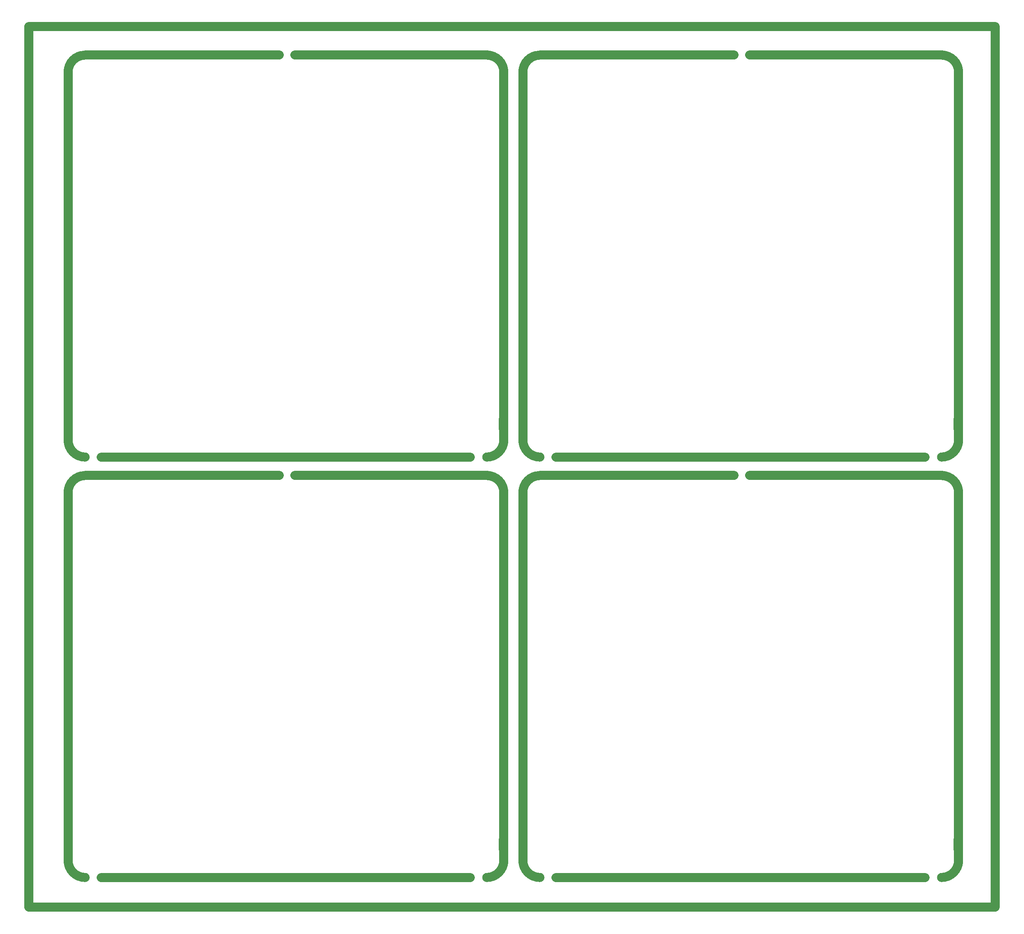
<source format=gbr>
G04 #@! TF.FileFunction,Profile,NP*
%FSLAX46Y46*%
G04 Gerber Fmt 4.6, Leading zero omitted, Abs format (unit mm)*
G04 Created by KiCad (PCBNEW (2015-01-16 BZR 5376)-product) date 24/06/2015 09:07:54*
%MOMM*%
G01*
G04 APERTURE LIST*
%ADD10C,0.100000*%
%ADD11C,2.000000*%
G04 APERTURE END LIST*
D10*
D11*
X27940000Y-21590000D02*
X27940000Y-17780000D01*
X243840000Y-20320000D02*
X243840000Y-17780000D01*
X27940000Y-212090000D02*
X27940000Y-214630000D01*
X243840000Y-212090000D02*
X243840000Y-214630000D01*
X243840000Y-17780000D02*
X38100000Y-17780000D01*
X243840000Y-212090000D02*
X243840000Y-20320000D01*
X27940000Y-214630000D02*
X243840000Y-214630000D01*
X27940000Y-20320000D02*
X27940000Y-212090000D01*
X38100000Y-17780000D02*
X27940000Y-17780000D01*
D10*
X234483000Y-105315000D02*
X234483000Y-107815000D01*
D11*
X142113000Y-24130000D02*
G75*
G03X138303000Y-27940000I0J-3810000D01*
G01*
X231838500Y-113982500D02*
G75*
G03X235648500Y-110172500I0J3810000D01*
G01*
X235648500Y-27940000D02*
G75*
G03X231838500Y-24130000I-3810000J0D01*
G01*
X138303000Y-110172500D02*
G75*
G03X142113000Y-113982500I3810000J0D01*
G01*
X138303000Y-27940000D02*
X138303000Y-110236000D01*
X235648500Y-27940000D02*
X235648500Y-110363000D01*
X145732500Y-113982500D02*
X228155500Y-113982500D01*
X142176500Y-24130000D02*
X185483500Y-24130000D01*
X188976000Y-24130000D02*
X232029000Y-24130000D01*
X188976000Y-118110000D02*
X232029000Y-118110000D01*
X142176500Y-118110000D02*
X185483500Y-118110000D01*
X145732500Y-207962500D02*
X228155500Y-207962500D01*
X235648500Y-121920000D02*
X235648500Y-204343000D01*
X138303000Y-121920000D02*
X138303000Y-204216000D01*
X138303000Y-204152500D02*
G75*
G03X142113000Y-207962500I3810000J0D01*
G01*
X235648500Y-121920000D02*
G75*
G03X231838500Y-118110000I-3810000J0D01*
G01*
X231838500Y-207962500D02*
G75*
G03X235648500Y-204152500I0J3810000D01*
G01*
X142113000Y-118110000D02*
G75*
G03X138303000Y-121920000I0J-3810000D01*
G01*
D10*
X234483000Y-199295000D02*
X234483000Y-201795000D01*
X132883000Y-199295000D02*
X132883000Y-201795000D01*
D11*
X40513000Y-118110000D02*
G75*
G03X36703000Y-121920000I0J-3810000D01*
G01*
X130238500Y-207962500D02*
G75*
G03X134048500Y-204152500I0J3810000D01*
G01*
X134048500Y-121920000D02*
G75*
G03X130238500Y-118110000I-3810000J0D01*
G01*
X36703000Y-204152500D02*
G75*
G03X40513000Y-207962500I3810000J0D01*
G01*
X36703000Y-121920000D02*
X36703000Y-204216000D01*
X134048500Y-121920000D02*
X134048500Y-204343000D01*
X44132500Y-207962500D02*
X126555500Y-207962500D01*
X40576500Y-118110000D02*
X83883500Y-118110000D01*
X87376000Y-118110000D02*
X130429000Y-118110000D01*
X87376000Y-24130000D02*
X130429000Y-24130000D01*
X40576500Y-24130000D02*
X83883500Y-24130000D01*
X44132500Y-113982500D02*
X126555500Y-113982500D01*
X134048500Y-27940000D02*
X134048500Y-110363000D01*
X36703000Y-27940000D02*
X36703000Y-110236000D01*
X36703000Y-110172500D02*
G75*
G03X40513000Y-113982500I3810000J0D01*
G01*
X134048500Y-27940000D02*
G75*
G03X130238500Y-24130000I-3810000J0D01*
G01*
X130238500Y-113982500D02*
G75*
G03X134048500Y-110172500I0J3810000D01*
G01*
X40513000Y-24130000D02*
G75*
G03X36703000Y-27940000I0J-3810000D01*
G01*
D10*
X132883000Y-105315000D02*
X132883000Y-107815000D01*
M02*

</source>
